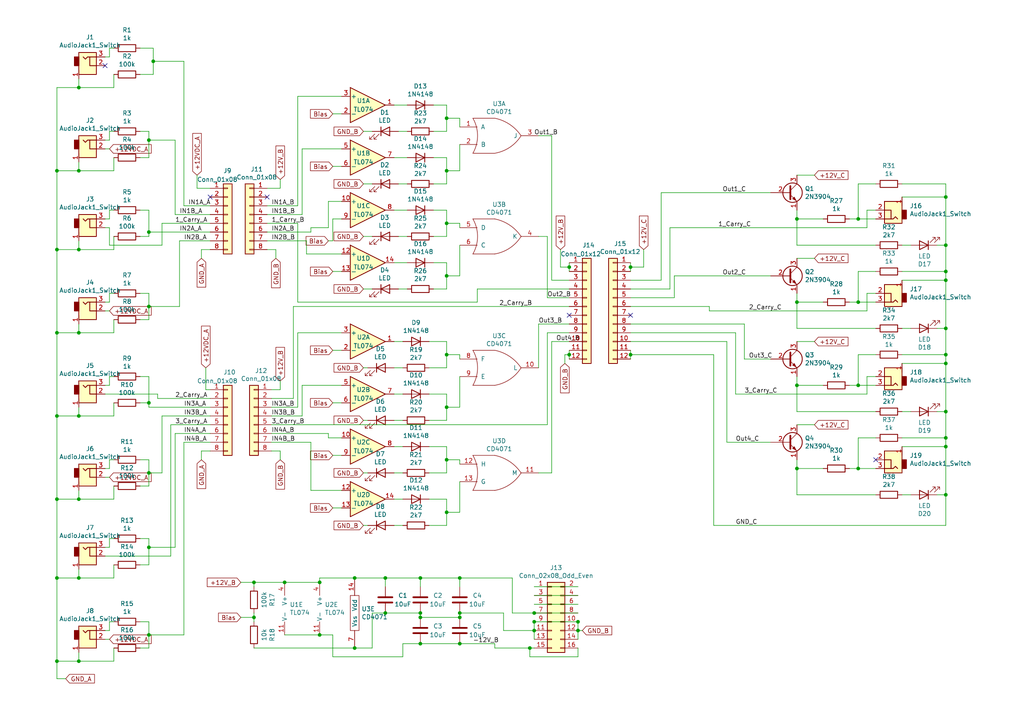
<source format=kicad_sch>
(kicad_sch (version 20250114) (generator "eeschema") (generator_version "9.0")
  (paper "A4")
  (junction (at 22.86 49.53))
  (junction (at 44.45 17.78))
  (junction (at 16.51 72.39))
  (junction (at 16.51 167.64))
  (junction (at 22.86 191.77))
  (junction (at 102.87 167.64))
  (junction (at 182.88 102.87))
  (junction (at 231.14 111.76))
  (junction (at 73.66 179.07))
  (junction (at 92.71 168.91))
  (junction (at 274.32 95.25))
  (junction (at 248.92 87.63))
  (junction (at 274.32 81.28))
  (junction (at 248.92 135.89))
  (junction (at 22.86 167.64))
  (junction (at 121.92 186.69))
  (junction (at 231.14 135.89))
  (junction (at 43.18 67.31))
  (junction (at 22.86 25.4))
  (junction (at 129.54 102.87))
  (junction (at 165.1 77.47))
  (junction (at 274.32 143.51))
  (junction (at 154.94 180.34))
  (junction (at 248.92 63.5))
  (junction (at 22.86 120.65))
  (junction (at 121.92 177.8))
  (junction (at 16.51 144.78))
  (junction (at 165.1 102.87))
  (junction (at 133.35 167.64))
  (junction (at 274.32 119.38))
  (junction (at 129.54 148.59))
  (junction (at 133.35 179.07))
  (junction (at 111.76 177.8))
  (junction (at 274.32 71.12))
  (junction (at 43.18 88.9))
  (junction (at 129.54 133.35))
  (junction (at 182.88 77.47))
  (junction (at 154.94 177.8))
  (junction (at 129.54 34.29))
  (junction (at 274.32 129.54))
  (junction (at 22.86 96.52))
  (junction (at 129.54 80.01))
  (junction (at 43.18 137.16))
  (junction (at 73.66 168.91))
  (junction (at 133.35 186.69))
  (junction (at 133.35 177.8))
  (junction (at 121.92 179.07))
  (junction (at 274.32 105.41))
  (junction (at 154.94 182.88))
  (junction (at 16.51 49.53))
  (junction (at 22.86 72.39))
  (junction (at 121.92 167.64))
  (junction (at 43.18 158.75))
  (junction (at 43.18 40.64))
  (junction (at 274.32 57.15))
  (junction (at 111.76 167.64))
  (junction (at 22.86 144.78))
  (junction (at 82.55 168.91))
  (junction (at 16.51 96.52))
  (junction (at 92.71 184.15))
  (junction (at 102.87 187.96))
  (junction (at 274.32 102.87))
  (junction (at 231.14 87.63))
  (junction (at 129.54 64.77))
  (junction (at 167.64 180.34))
  (junction (at 248.92 111.76))
  (junction (at 274.32 127))
  (junction (at 43.18 116.84))
  (junction (at 153.67 187.96))
  (junction (at 16.51 191.77))
  (junction (at 231.14 63.5))
  (junction (at 129.54 49.53))
  (junction (at 16.51 120.65))
  (junction (at 129.54 118.11))
  (junction (at 274.32 78.74))
  (junction (at 167.64 182.88))
  (junction (at 43.18 184.15))
  (no_connect (at 77.47 57.15))
  (no_connect (at 182.88 91.44))
  (no_connect (at 60.96 57.15))
  (no_connect (at 165.1 91.44))
  (no_connect (at 30.48 19.05))
  (no_connect (at 254 133.35))
  (wire (pts (xy 182.88 102.87) (xy 207.01 102.87)))
  (wire (pts (xy 156.21 93.98) (xy 165.1 93.98)))
  (wire (pts (xy 87.63 43.18) (xy 99.06 43.18)))
  (wire (pts (xy 30.48 40.64) (xy 31.75 40.64)))
  (wire (pts (xy 60.96 67.31) (xy 43.18 67.31)))
  (wire (pts (xy 106.68 121.92) (xy 105.41 121.92)))
  (wire (pts (xy 138.43 87.63) (xy 86.36 87.63)))
  (wire (pts (xy 60.96 130.81) (xy 58.42 130.81)))
  (wire (pts (xy 251.46 90.17) (xy 205.74 90.17)))
  (wire (pts (xy 95.25 125.73) (xy 95.25 127)))
  (wire (pts (xy 129.54 64.77) (xy 133.35 64.77)))
  (wire (pts (xy 95.25 66.04) (xy 95.25 58.42)))
  (wire (pts (xy 16.51 96.52) (xy 16.51 120.65)))
  (wire (pts (xy 160.02 99.06) (xy 165.1 99.06)))
  (wire (pts (xy 43.18 88.9) (xy 43.18 92.71)))
  (wire (pts (xy 22.86 120.65) (xy 33.02 120.65)))
  (wire (pts (xy 96.52 63.5) (xy 96.52 69.85)))
  (wire (pts (xy 86.36 118.11) (xy 86.36 96.52)))
  (wire (pts (xy 261.62 143.51) (xy 264.16 143.51)))
  (wire (pts (xy 31.75 156.21) (xy 33.02 156.21)))
  (wire (pts (xy 111.76 177.8) (xy 121.92 177.8)))
  (wire (pts (xy 165.1 101.6) (xy 165.1 102.87)))
  (wire (pts (xy 182.88 77.47) (xy 182.88 76.2)))
  (wire (pts (xy 194.31 66.04) (xy 194.31 83.82)))
  (wire (pts (xy 69.85 179.07) (xy 73.66 179.07)))
  (wire (pts (xy 274.32 78.74) (xy 274.32 81.28)))
  (wire (pts (xy 133.35 177.8) (xy 133.35 179.07)))
  (wire (pts (xy 165.1 81.28) (xy 160.02 81.28)))
  (wire (pts (xy 274.32 143.51) (xy 274.32 129.54)))
  (wire (pts (xy 125.73 60.96) (xy 129.54 60.96)))
  (wire (pts (xy 92.71 167.64) (xy 102.87 167.64)))
  (wire (pts (xy 22.86 118.11) (xy 22.86 120.65)))
  (wire (pts (xy 53.34 128.27) (xy 53.34 184.15)))
  (wire (pts (xy 238.76 63.5) (xy 231.14 63.5)))
  (wire (pts (xy 99.06 147.32) (xy 96.52 147.32)))
  (wire (pts (xy 78.74 125.73) (xy 95.25 125.73)))
  (wire (pts (xy 59.69 113.03) (xy 59.69 106.68)))
  (wire (pts (xy 22.86 142.24) (xy 22.86 144.78)))
  (wire (pts (xy 195.58 80.01) (xy 223.52 80.01)))
  (wire (pts (xy 148.59 167.64) (xy 133.35 167.64)))
  (wire (pts (xy 22.86 69.85) (xy 22.86 72.39)))
  (wire (pts (xy 87.63 43.18) (xy 87.63 62.23)))
  (wire (pts (xy 274.32 105.41) (xy 261.62 105.41)))
  (wire (pts (xy 129.54 38.1) (xy 125.73 38.1)))
  (wire (pts (xy 133.35 177.8) (xy 146.05 177.8)))
  (wire (pts (xy 78.74 123.19) (xy 158.75 123.19)))
  (wire (pts (xy 148.59 177.8) (xy 148.59 167.64)))
  (wire (pts (xy 116.84 137.16) (xy 114.3 137.16)))
  (wire (pts (xy 167.64 170.18) (xy 154.94 170.18)))
  (wire (pts (xy 31.75 13.97) (xy 33.02 13.97)))
  (wire (pts (xy 271.78 71.12) (xy 274.32 71.12)))
  (wire (pts (xy 96.52 69.85) (xy 95.25 69.85)))
  (wire (pts (xy 107.95 53.34) (xy 105.41 53.34)))
  (wire (pts (xy 31.75 135.89) (xy 31.75 133.35)))
  (wire (pts (xy 129.54 148.59) (xy 129.54 152.4)))
  (wire (pts (xy 215.9 104.14) (xy 223.52 104.14)))
  (wire (pts (xy 271.78 119.38) (xy 274.32 119.38)))
  (wire (pts (xy 86.36 27.94) (xy 86.36 59.69)))
  (wire (pts (xy 31.75 60.96) (xy 33.02 60.96)))
  (wire (pts (xy 92.71 168.91) (xy 92.71 167.64)))
  (wire (pts (xy 31.75 71.12) (xy 31.75 66.04)))
  (wire (pts (xy 33.02 140.97) (xy 33.02 144.78)))
  (wire (pts (xy 261.62 71.12) (xy 264.16 71.12)))
  (wire (pts (xy 129.54 114.3) (xy 129.54 118.11)))
  (wire (pts (xy 146.05 177.8) (xy 146.05 182.88)))
  (wire (pts (xy 31.75 158.75) (xy 31.75 156.21)))
  (wire (pts (xy 22.86 22.86) (xy 22.86 25.4)))
  (wire (pts (xy 22.86 49.53) (xy 16.51 49.53)))
  (wire (pts (xy 153.67 190.5) (xy 167.64 190.5)))
  (wire (pts (xy 231.14 111.76) (xy 231.14 109.22)))
  (wire (pts (xy 107.95 177.8) (xy 111.76 177.8)))
  (wire (pts (xy 22.86 49.53) (xy 33.02 49.53)))
  (wire (pts (xy 274.32 119.38) (xy 274.32 127)))
  (wire (pts (xy 274.32 102.87) (xy 274.32 105.41)))
  (wire (pts (xy 77.47 69.85) (xy 88.9 69.85)))
  (wire (pts (xy 16.51 49.53) (xy 16.51 72.39)))
  (wire (pts (xy 167.64 180.34) (xy 167.64 182.88)))
  (wire (pts (xy 43.18 156.21) (xy 43.18 158.75)))
  (wire (pts (xy 129.54 106.68) (xy 124.46 106.68)))
  (wire (pts (xy 78.74 120.65) (xy 87.63 120.65)))
  (wire (pts (xy 162.56 72.39) (xy 162.56 77.47)))
  (wire (pts (xy 43.18 158.75) (xy 43.18 163.83)))
  (wire (pts (xy 22.86 165.1) (xy 22.86 167.64)))
  (wire (pts (xy 156.21 68.58) (xy 158.75 68.58)))
  (wire (pts (xy 160.02 81.28) (xy 160.02 39.37)))
  (wire (pts (xy 99.06 78.74) (xy 96.52 78.74)))
  (wire (pts (xy 121.92 167.64) (xy 133.35 167.64)))
  (wire (pts (xy 246.38 87.63) (xy 248.92 87.63)))
  (wire (pts (xy 49.53 123.19) (xy 49.53 161.29)))
  (wire (pts (xy 22.86 120.65) (xy 16.51 120.65)))
  (wire (pts (xy 274.32 71.12) (xy 274.32 78.74)))
  (wire (pts (xy 111.76 167.64) (xy 121.92 167.64)))
  (wire (pts (xy 99.06 63.5) (xy 96.52 63.5)))
  (wire (pts (xy 231.14 95.25) (xy 231.14 87.63)))
  (wire (pts (xy 99.06 132.08) (xy 96.52 132.08)))
  (wire (pts (xy 73.66 187.96) (xy 102.87 187.96)))
  (wire (pts (xy 77.47 59.69) (xy 86.36 59.69)))
  (wire (pts (xy 118.11 38.1) (xy 115.57 38.1)))
  (wire (pts (xy 22.86 144.78) (xy 33.02 144.78)))
  (wire (pts (xy 231.14 119.38) (xy 231.14 111.76)))
  (wire (pts (xy 99.06 73.66) (xy 88.9 73.66)))
  (wire (pts (xy 129.54 102.87) (xy 129.54 106.68)))
  (wire (pts (xy 133.35 148.59) (xy 133.35 139.7)))
  (wire (pts (xy 111.76 167.64) (xy 111.76 170.18)))
  (wire (pts (xy 43.18 92.71) (xy 40.64 92.71)))
  (wire (pts (xy 167.64 175.26) (xy 154.94 175.26)))
  (wire (pts (xy 129.54 129.54) (xy 129.54 133.35)))
  (wire (pts (xy 30.48 111.76) (xy 31.75 111.76)))
  (wire (pts (xy 31.75 66.04) (xy 30.48 66.04)))
  (wire (pts (xy 238.76 87.63) (xy 231.14 87.63)))
  (wire (pts (xy 43.18 140.97) (xy 40.64 140.97)))
  (wire (pts (xy 40.64 109.22) (xy 43.18 109.22)))
  (wire (pts (xy 246.38 63.5) (xy 248.92 63.5)))
  (wire (pts (xy 22.86 191.77) (xy 33.02 191.77)))
  (wire (pts (xy 195.58 86.36) (xy 182.88 86.36)))
  (wire (pts (xy 99.06 101.6) (xy 96.52 101.6)))
  (wire (pts (xy 30.48 158.75) (xy 31.75 158.75)))
  (wire (pts (xy 133.35 80.01) (xy 133.35 71.12)))
  (wire (pts (xy 182.88 93.98) (xy 215.9 93.98)))
  (wire (pts (xy 30.48 161.29) (xy 49.53 161.29)))
  (wire (pts (xy 43.18 109.22) (xy 43.18 116.84)))
  (wire (pts (xy 133.35 118.11) (xy 133.35 109.22)))
  (wire (pts (xy 78.74 128.27) (xy 90.17 128.27)))
  (wire (pts (xy 45.72 114.3) (xy 30.48 114.3)))
  (wire (pts (xy 82.55 168.91) (xy 92.71 168.91)))
  (wire (pts (xy 129.54 144.78) (xy 129.54 148.59)))
  (wire (pts (xy 231.14 87.63) (xy 231.14 85.09)))
  (wire (pts (xy 114.3 30.48) (xy 118.11 30.48)))
  (wire (pts (xy 44.45 21.59) (xy 40.64 21.59)))
  (wire (pts (xy 182.88 99.06) (xy 210.82 99.06)))
  (wire (pts (xy 16.51 196.85) (xy 16.51 191.77)))
  (wire (pts (xy 40.64 13.97) (xy 44.45 13.97)))
  (wire (pts (xy 125.73 30.48) (xy 129.54 30.48)))
  (wire (pts (xy 124.46 99.06) (xy 129.54 99.06)))
  (wire (pts (xy 114.3 76.2) (xy 118.11 76.2)))
  (wire (pts (xy 133.35 34.29) (xy 129.54 34.29)))
  (wire (pts (xy 182.88 104.14) (xy 182.88 102.87)))
  (wire (pts (xy 30.48 63.5) (xy 31.75 63.5)))
  (wire (pts (xy 154.94 177.8) (xy 148.59 177.8)))
  (wire (pts (xy 43.18 133.35) (xy 43.18 137.16)))
  (wire (pts (xy 31.75 182.88) (xy 31.75 180.34)))
  (wire (pts (xy 22.86 96.52) (xy 33.02 96.52)))
  (wire (pts (xy 50.8 125.73) (xy 50.8 158.75)))
  (wire (pts (xy 43.18 40.64) (xy 50.8 40.64)))
  (wire (pts (xy 31.75 38.1) (xy 33.02 38.1)))
  (wire (pts (xy 95.25 127) (xy 99.06 127)))
  (wire (pts (xy 231.14 74.93) (xy 236.22 74.93)))
  (wire (pts (xy 106.68 152.4) (xy 105.41 152.4)))
  (wire (pts (xy 129.54 80.01) (xy 133.35 80.01)))
  (wire (pts (xy 31.75 111.76) (xy 31.75 109.22)))
  (wire (pts (xy 274.32 152.4) (xy 274.32 143.51)))
  (wire (pts (xy 43.18 163.83) (xy 40.64 163.83)))
  (wire (pts (xy 118.11 68.58) (xy 115.57 68.58)))
  (wire (pts (xy 116.84 106.68) (xy 114.3 106.68)))
  (wire (pts (xy 129.54 45.72) (xy 129.54 49.53)))
  (wire (pts (xy 160.02 137.16) (xy 160.02 99.06)))
  (wire (pts (xy 129.54 133.35) (xy 129.54 137.16)))
  (wire (pts (xy 254 119.38) (xy 231.14 119.38)))
  (wire (pts (xy 46.99 71.12) (xy 46.99 64.77)))
  (wire (pts (xy 231.14 99.06) (xy 236.22 99.06)))
  (wire (pts (xy 46.99 120.65) (xy 46.99 137.16)))
  (wire (pts (xy 22.86 72.39) (xy 16.51 72.39)))
  (wire (pts (xy 73.66 168.91) (xy 82.55 168.91)))
  (wire (pts (xy 261.62 57.15) (xy 274.32 57.15)))
  (wire (pts (xy 231.14 71.12) (xy 231.14 63.5)))
  (wire (pts (xy 50.8 158.75) (xy 43.18 158.75)))
  (wire (pts (xy 261.62 53.34) (xy 274.32 53.34)))
  (wire (pts (xy 96.52 184.15) (xy 96.52 190.5)))
  (wire (pts (xy 129.54 34.29) (xy 129.54 38.1)))
  (wire (pts (xy 82.55 184.15) (xy 92.71 184.15)))
  (wire (pts (xy 43.18 68.58) (xy 40.64 68.58)))
  (wire (pts (xy 274.32 57.15) (xy 274.32 71.12)))
  (wire (pts (xy 158.75 123.19) (xy 158.75 96.52)))
  (wire (pts (xy 99.06 33.02) (xy 96.52 33.02)))
  (wire (pts (xy 207.01 102.87) (xy 207.01 152.4)))
  (wire (pts (xy 154.94 182.88) (xy 154.94 180.34)))
  (wire (pts (xy 107.95 68.58) (xy 105.41 68.58)))
  (wire (pts (xy 88.9 69.85) (xy 88.9 73.66)))
  (wire (pts (xy 60.96 128.27) (xy 53.34 128.27)))
  (wire (pts (xy 231.14 143.51) (xy 231.14 135.89)))
  (wire (pts (xy 124.46 144.78) (xy 129.54 144.78)))
  (wire (pts (xy 43.18 187.96) (xy 40.64 187.96)))
  (wire (pts (xy 194.31 66.04) (xy 251.46 66.04)))
  (wire (pts (xy 165.1 83.82) (xy 138.43 83.82)))
  (wire (pts (xy 116.84 121.92) (xy 114.3 121.92)))
  (wire (pts (xy 261.62 78.74) (xy 274.32 78.74)))
  (wire (pts (xy 31.75 138.43) (xy 30.48 138.43)))
  (wire (pts (xy 85.09 115.57) (xy 78.74 115.57)))
  (wire (pts (xy 40.64 180.34) (xy 43.18 180.34)))
  (wire (pts (xy 46.99 137.16) (xy 43.18 137.16)))
  (wire (pts (xy 182.88 102.87) (xy 182.88 101.6)))
  (wire (pts (xy 231.14 50.8) (xy 236.22 50.8)))
  (wire (pts (xy 274.32 95.25) (xy 274.32 102.87)))
  (wire (pts (xy 154.94 187.96) (xy 153.67 187.96)))
  (wire (pts (xy 248.92 135.89) (xy 254 135.89)))
  (wire (pts (xy 40.64 85.09) (xy 43.18 85.09)))
  (wire (pts (xy 251.46 60.96) (xy 251.46 66.04)))
  (wire (pts (xy 22.86 93.98) (xy 22.86 96.52)))
  (wire (pts (xy 31.75 87.63) (xy 31.75 85.09)))
  (wire (pts (xy 31.75 185.42) (xy 30.48 185.42)))
  (wire (pts (xy 31.75 40.64) (xy 31.75 38.1)))
  (wire (pts (xy 107.95 83.82) (xy 105.41 83.82)))
  (wire (pts (xy 186.69 72.39) (xy 186.69 77.47)))
  (wire (pts (xy 22.86 167.64) (xy 33.02 167.64)))
  (wire (pts (xy 261.62 127) (xy 274.32 127)))
  (wire (pts (xy 133.35 64.77) (xy 133.35 66.04)))
  (wire (pts (xy 81.28 130.81) (xy 81.28 133.35)))
  (wire (pts (xy 205.74 90.17) (xy 205.74 88.9)))
  (wire (pts (xy 46.99 64.77) (xy 60.96 64.77)))
  (wire (pts (xy 50.8 40.64) (xy 50.8 62.23)))
  (wire (pts (xy 43.18 45.72) (xy 40.64 45.72)))
  (wire (pts (xy 143.51 187.96) (xy 143.51 186.69)))
  (wire (pts (xy 33.02 187.96) (xy 33.02 191.77)))
  (wire (pts (xy 106.68 137.16) (xy 105.41 137.16)))
  (wire (pts (xy 191.77 81.28) (xy 182.88 81.28)))
  (wire (pts (xy 114.3 129.54) (xy 116.84 129.54)))
  (wire (pts (xy 129.54 49.53) (xy 133.35 49.53)))
  (wire (pts (xy 30.48 135.89) (xy 31.75 135.89)))
  (wire (pts (xy 85.09 88.9) (xy 165.1 88.9)))
  (wire (pts (xy 251.46 85.09) (xy 251.46 90.17)))
  (wire (pts (xy 129.54 121.92) (xy 124.46 121.92)))
  (wire (pts (xy 95.25 58.42) (xy 99.06 58.42)))
  (wire (pts (xy 114.3 114.3) (xy 116.84 114.3)))
  (wire (pts (xy 154.94 182.88) (xy 154.94 185.42)))
  (wire (pts (xy 165.1 102.87) (xy 165.1 104.14)))
  (wire (pts (xy 248.92 63.5) (xy 248.92 53.34)))
  (wire (pts (xy 90.17 66.04) (xy 95.25 66.04)))
  (wire (pts (xy 45.72 115.57) (xy 60.96 115.57)))
  (wire (pts (xy 129.54 83.82) (xy 125.73 83.82)))
  (wire (pts (xy 129.54 152.4) (xy 124.46 152.4)))
  (wire (pts (xy 30.48 87.63) (xy 31.75 87.63)))
  (wire (pts (xy 90.17 142.24) (xy 99.06 142.24)))
  (wire (pts (xy 254 60.96) (xy 251.46 60.96)))
  (wire (pts (xy 77.47 67.31) (xy 90.17 67.31)))
  (wire (pts (xy 182.88 78.74) (xy 182.88 77.47)))
  (wire (pts (xy 129.54 118.11) (xy 129.54 121.92)))
  (wire (pts (xy 16.51 120.65) (xy 16.51 144.78)))
  (wire (pts (xy 33.02 163.83) (xy 33.02 167.64)))
  (wire (pts (xy 33.02 45.72) (xy 33.02 49.53)))
  (wire (pts (xy 125.73 45.72) (xy 129.54 45.72)))
  (wire (pts (xy 143.51 186.69) (xy 133.35 186.69)))
  (wire (pts (xy 43.18 85.09) (xy 43.18 88.9)))
  (wire (pts (xy 156.21 137.16) (xy 160.02 137.16)))
  (wire (pts (xy 81.28 113.03) (xy 78.74 113.03)))
  (wire (pts (xy 30.48 16.51) (xy 31.75 16.51)))
  (wire (pts (xy 31.75 85.09) (xy 33.02 85.09)))
  (wire (pts (xy 118.11 53.34) (xy 115.57 53.34)))
  (wire (pts (xy 254 95.25) (xy 231.14 95.25)))
  (wire (pts (xy 261.62 95.25) (xy 264.16 95.25)))
  (wire (pts (xy 191.77 55.88) (xy 223.52 55.88)))
  (wire (pts (xy 43.18 116.84) (xy 40.64 116.84)))
  (wire (pts (xy 129.54 68.58) (xy 125.73 68.58)))
  (wire (pts (xy 69.85 168.91) (xy 73.66 168.91)))
  (wire (pts (xy 86.36 64.77) (xy 86.36 87.63)))
  (wire (pts (xy 22.86 144.78) (xy 16.51 144.78)))
  (wire (pts (xy 22.86 25.4) (xy 16.51 25.4)))
  (wire (pts (xy 205.74 88.9) (xy 182.88 88.9)))
  (wire (pts (xy 114.3 99.06) (xy 116.84 99.06)))
  (wire (pts (xy 156.21 39.37) (xy 160.02 39.37)))
  (wire (pts (xy 163.83 102.87) (xy 163.83 105.41)))
  (wire (pts (xy 248.92 127) (xy 248.92 135.89)))
  (wire (pts (xy 114.3 60.96) (xy 118.11 60.96)))
  (wire (pts (xy 246.38 135.89) (xy 248.92 135.89)))
  (wire (pts (xy 129.54 99.06) (xy 129.54 102.87)))
  (wire (pts (xy 129.54 30.48) (xy 129.54 34.29)))
  (wire (pts (xy 274.32 129.54) (xy 261.62 129.54)))
  (wire (pts (xy 162.56 77.47) (xy 165.1 77.47)))
  (wire (pts (xy 53.34 17.78) (xy 53.34 59.69)))
  (wire (pts (xy 73.66 179.07) (xy 73.66 180.34)))
  (wire (pts (xy 22.86 46.99) (xy 22.86 49.53)))
  (wire (pts (xy 43.18 180.34) (xy 43.18 184.15)))
  (wire (pts (xy 154.94 172.72) (xy 167.64 172.72)))
  (wire (pts (xy 16.51 196.85) (xy 19.05 196.85)))
  (wire (pts (xy 77.47 72.39) (xy 80.01 72.39)))
  (wire (pts (xy 168.91 182.88) (xy 167.64 182.88)))
  (wire (pts (xy 254 71.12) (xy 231.14 71.12)))
  (wire (pts (xy 31.75 180.34) (xy 33.02 180.34)))
  (wire (pts (xy 40.64 156.21) (xy 43.18 156.21)))
  (wire (pts (xy 86.36 96.52) (xy 99.06 96.52)))
  (wire (pts (xy 81.28 54.61) (xy 77.47 54.61)))
  (wire (pts (xy 40.64 60.96) (xy 43.18 60.96)))
  (wire (pts (xy 194.31 83.82) (xy 182.88 83.82)))
  (wire (pts (xy 254 102.87) (xy 248.92 102.87)))
  (wire (pts (xy 133.35 134.62) (xy 133.35 133.35)))
  (wire (pts (xy 106.68 106.68) (xy 105.41 106.68)))
  (wire (pts (xy 31.75 16.51) (xy 31.75 13.97)))
  (wire (pts (xy 215.9 93.98) (xy 215.9 104.14)))
  (wire (pts (xy 80.01 72.39) (xy 80.01 74.93)))
  (wire (pts (xy 46.99 71.12) (xy 31.75 71.12)))
  (wire (pts (xy 129.54 80.01) (xy 129.54 83.82)))
  (wire (pts (xy 191.77 55.88) (xy 191.77 81.28)))
  (wire (pts (xy 58.42 130.81) (xy 58.42 133.35)))
  (wire (pts (xy 236.22 123.19) (xy 231.14 123.19)))
  (wire (pts (xy 261.62 102.87) (xy 274.32 102.87)))
  (wire (pts (xy 78.74 130.81) (xy 81.28 130.81)))
  (wire (pts (xy 248.92 111.76) (xy 254 111.76)))
  (wire (pts (xy 254 143.51) (xy 231.14 143.51)))
  (wire (pts (xy 129.54 49.53) (xy 129.54 53.34)))
  (wire (pts (xy 60.96 125.73) (xy 50.8 125.73)))
  (wire (pts (xy 210.82 99.06) (xy 210.82 128.27)))
  (wire (pts (xy 124.46 129.54) (xy 129.54 129.54)))
  (wire (pts (xy 60.96 123.19) (xy 49.53 123.19)))
  (wire (pts (xy 81.28 110.49) (xy 81.28 113.03)))
  (wire (pts (xy 53.34 184.15) (xy 43.18 184.15)))
  (wire (pts (xy 167.64 182.88) (xy 167.64 185.42)))
  (wire (pts (xy 158.75 96.52) (xy 165.1 96.52)))
  (wire (pts (xy 43.18 184.15) (xy 43.18 187.96)))
  (wire (pts (xy 165.1 78.74) (xy 165.1 77.47)))
  (wire (pts (xy 16.51 167.64) (xy 22.86 167.64)))
  (wire (pts (xy 274.32 81.28) (xy 274.32 95.25)))
  (wire (pts (xy 116.84 186.69) (xy 121.92 186.69)))
  (wire (pts (xy 43.18 40.64) (xy 43.18 45.72)))
  (wire (pts (xy 158.75 86.36) (xy 165.1 86.36)))
  (wire (pts (xy 78.74 118.11) (xy 86.36 118.11)))
  (wire (pts (xy 31.75 63.5) (xy 31.75 60.96)))
  (wire (pts (xy 129.54 64.77) (xy 129.54 68.58)))
  (wire (pts (xy 60.96 62.23) (xy 50.8 62.23)))
  (wire (pts (xy 33.02 92.71) (xy 33.02 96.52)))
  (wire (pts (xy 133.35 102.87) (xy 129.54 102.87)))
  (wire (pts (xy 30.48 43.18) (xy 31.75 43.18)))
  (wire (pts (xy 22.86 96.52) (xy 16.51 96.52)))
  (wire (pts (xy 129.54 76.2) (xy 129.54 80.01)))
  (wire (pts (xy 248.92 87.63) (xy 254 87.63)))
  (wire (pts (xy 87.63 111.76) (xy 87.63 120.65)))
  (wire (pts (xy 167.64 180.34) (xy 154.94 180.34)))
  (wire (pts (xy 73.66 168.91) (xy 73.66 170.18)))
  (wire (pts (xy 254 109.22) (xy 251.46 109.22)))
  (wire (pts (xy 121.92 167.64) (xy 121.92 170.18)))
  (wire (pts (xy 33.02 68.58) (xy 33.02 72.39)))
  (wire (pts (xy 271.78 143.51) (xy 274.32 143.51)))
  (wire (pts (xy 254 85.09) (xy 251.46 85.09)))
  (wire (pts (xy 60.96 54.61) (xy 57.15 54.61)))
  (wire (pts (xy 90.17 128.27) (xy 90.17 142.24)))
  (wire (pts (xy 44.45 17.78) (xy 44.45 21.59)))
  (wire (pts (xy 133.35 133.35) (xy 129.54 133.35)))
  (wire (pts (xy 22.86 72.39) (xy 33.02 72.39)))
  (wire (pts (xy 30.48 182.88) (xy 31.75 182.88)))
  (wire (pts (xy 238.76 135.89) (xy 231.14 135.89)))
  (wire (pts (xy 31.75 90.17) (xy 30.48 90.17)))
  (wire (pts (xy 186.69 77.47) (xy 182.88 77.47)))
  (wire (pts (xy 251.46 114.3) (xy 213.36 114.3)))
  (wire (pts (xy 60.96 118.11) (xy 43.18 118.11)))
  (wire (pts (xy 96.52 190.5) (xy 116.84 190.5)))
  (wire (pts (xy 158.75 68.58) (xy 158.75 86.36)))
  (wire (pts (xy 231.14 135.89) (xy 231.14 133.35)))
  (wire (pts (xy 31.75 133.35) (xy 33.02 133.35)))
  (wire (pts (xy 125.73 76.2) (xy 129.54 76.2)))
  (wire (pts (xy 133.35 36.83) (xy 133.35 34.29)))
  (wire (pts (xy 107.95 187.96) (xy 107.95 177.8)))
  (wire (pts (xy 271.78 95.25) (xy 274.32 95.25)))
  (wire (pts (xy 16.51 25.4) (xy 16.51 49.53)))
  (wire (pts (xy 274.32 105.41) (xy 274.32 119.38)))
  (wire (pts (xy 261.62 119.38) (xy 264.16 119.38)))
  (wire (pts (xy 248.92 102.87) (xy 248.92 111.76)))
  (wire (pts (xy 274.32 127) (xy 274.32 129.54)))
  (wire (pts (xy 57.15 54.61) (xy 57.15 50.8)))
  (wire (pts (xy 153.67 187.96) (xy 153.67 190.5)))
  (wire (pts (xy 133.35 167.64) (xy 133.35 170.18)))
  (wire (pts (xy 77.47 62.23) (xy 87.63 62.23)))
  (wire (pts (xy 22.86 25.4) (xy 33.02 25.4)))
  (wire (pts (xy 274.32 81.28) (xy 261.62 81.28)))
  (wire (pts (xy 107.95 38.1) (xy 105.41 38.1)))
  (wire (pts (xy 146.05 182.88) (xy 154.94 182.88)))
  (wire (pts (xy 86.36 27.94) (xy 99.06 27.94)))
  (wire (pts (xy 231.14 63.5) (xy 231.14 60.96)))
  (wire (pts (xy 182.88 96.52) (xy 213.36 96.52)))
  (wire (pts (xy 60.96 59.69) (xy 53.34 59.69)))
  (wire (pts (xy 43.18 118.11) (xy 43.18 116.84)))
  (wire (pts (xy 102.87 187.96) (xy 107.95 187.96)))
  (wire (pts (xy 274.32 53.34) (xy 274.32 57.15)))
  (wire (pts (xy 40.64 133.35) (xy 43.18 133.35)))
  (wire (pts (xy 22.86 189.23) (xy 22.86 191.77)))
  (wire (pts (xy 248.92 53.34) (xy 254 53.34)))
  (wire (pts (xy 92.71 184.15) (xy 96.52 184.15)))
  (wire (pts (xy 114.3 45.72) (xy 118.11 45.72)))
  (wire (pts (xy 43.18 137.16) (xy 43.18 140.97)))
  (wire (pts (xy 165.1 77.47) (xy 165.1 76.2)))
  (wire (pts (xy 16.51 144.78) (xy 16.51 167.64)))
  (wire (pts (xy 153.67 187.96) (xy 143.51 187.96)))
  (wire (pts (xy 213.36 114.3) (xy 213.36 96.52)))
  (wire (pts (xy 58.42 72.39) (xy 58.42 74.93)))
  (wire (pts (xy 254 127) (xy 248.92 127)))
  (wire (pts (xy 16.51 72.39) (xy 16.51 96.52)))
  (wire (pts (xy 167.64 177.8) (xy 154.94 177.8)))
  (wire (pts (xy 195.58 80.01) (xy 195.58 86.36)))
  (wire (pts (xy 85.09 88.9) (xy 85.09 115.57)))
  (wire (pts (xy 116.84 190.5) (xy 116.84 186.69)))
  (wire (pts (xy 121.92 177.8) (xy 121.92 179.07)))
  (wire (pts (xy 86.36 64.77) (xy 77.47 64.77)))
  (wire (pts (xy 138.43 83.82) (xy 138.43 87.63)))
  (wire (pts (xy 22.86 191.77) (xy 16.51 191.77)))
  (wire (pts (xy 43.18 67.31) (xy 43.18 68.58)))
  (wire (pts (xy 60.96 113.03) (xy 59.69 113.03)))
  (wire (pts (xy 60.96 69.85) (xy 52.07 69.85)))
  (wire (pts (xy 44.45 17.78) (xy 53.34 17.78)))
  (wire (pts (xy 45.72 115.57) (xy 45.72 114.3)))
  (wire (pts (xy 133.35 104.14) (xy 133.35 102.87)))
  (wire (pts (xy 129.54 148.59) (xy 133.35 148.59)))
  (wire (pts (xy 207.01 152.4) (xy 274.32 152.4)))
  (wire (pts (xy 60.96 72.39) (xy 58.42 72.39)))
  (wire (pts (xy 52.07 69.85) (xy 52.07 88.9)))
  (wire (pts (xy 254 78.74) (xy 248.92 78.74)))
  (wire (pts (xy 129.54 53.34) (xy 125.73 53.34)))
  (wire (pts (xy 43.18 60.96) (xy 43.18 67.31)))
  (wire (pts (xy 238.76 111.76) (xy 231.14 111.76)))
  (wire (pts (xy 81.28 52.07) (xy 81.28 54.61)))
  (wire (pts (xy 52.07 88.9) (xy 43.18 88.9)))
  (wire (pts (xy 124.46 114.3) (xy 129.54 114.3)))
  (wire (pts (xy 102.87 167.64) (xy 111.76 167.64)))
  (wire (pts (xy 31.75 109.22) (xy 33.02 109.22)))
  (wire (pts (xy 129.54 137.16) (xy 124.46 137.16)))
  (wire (pts (xy 99.06 48.26) (xy 96.52 48.26)))
  (wire (pts (xy 210.82 128.27) (xy 223.52 128.27)))
  (wire (pts (xy 116.84 152.4) (xy 114.3 152.4)))
  (wire (pts (xy 60.96 120.65) (xy 46.99 120.65)))
  (wire (pts (xy 121.92 186.69) (xy 133.35 186.69)))
  (wire (pts (xy 114.3 144.78) (xy 116.84 144.78)))
  (wire (pts (xy 165.1 102.87) (xy 163.83 102.87)))
  (wire (pts (xy 246.38 111.76) (xy 248.92 111.76)))
  (wire (pts (xy 87.63 111.76) (xy 99.06 111.76)))
  (wire (pts (xy 16.51 191.77) (xy 16.51 167.64)))
  (wire (pts (xy 133.35 49.53) (xy 133.35 41.91)))
  (wire (pts (xy 118.11 83.82) (xy 115.57 83.82)))
  (wire (pts (xy 129.54 118.11) (xy 133.35 118.11)))
  (wire (pts (xy 99.06 116.84) (xy 96.52 116.84)))
  (wire (pts (xy 44.45 13.97) (xy 44.45 17.78)))
  (wire (pts (xy 121.92 179.07) (xy 133.35 179.07)))
  (wire (pts (xy 33.02 116.84) (xy 33.02 120.65)))
  (wire (pts (xy 129.54 60.96) (xy 129.54 64.77)))
  (wire (pts (xy 90.17 67.31) (xy 90.17 66.04)))
  (wire (pts (xy 156.21 106.68) (xy 156.21 93.98)))
  (wire (pts (xy 43.18 38.1) (xy 43.18 40.64)))
  (wire (pts (xy 248.92 63.5) (xy 254 63.5)))
  (wire (pts (xy 73.66 177.8) (xy 73.66 179.07)))
  (wire (pts (xy 251.46 109.22) (xy 251.46 114.3)))
  (wire (pts (xy 248.92 78.74) (xy 248.92 87.63)))
  (wire (pts (xy 33.02 21.59) (xy 33.02 25.4)))
  (wire (pts (xy 167.64 190.5) (xy 167.64 187.96)))
  (wire (pts (xy 40.64 38.1) (xy 43.18 38.1)))
  (label "IN2A_B" (at 78.74 67.31 0))
  (label "IN1A_A" (at 54.61 59.69 0))
  (label "1_Carry_C" (at 208.28 66.04 0))
  (label "Out3_B" (at 156.21 93.98 0))
  (label "1_Carry_B" (at 78.74 64.77 0))
  (label "Out2_B" (at 158.75 86.36 0))
  (label "IN2A_A" (at 52.07 67.31 0))
  (label "-12V_B" (at 137.16 186.69 0))
  (label "IN3A_B" (at 78.74 118.11 0))
  (label "IN3B_A" (at 53.34 120.65 0))
  (label "2_Carry_C" (at 217.17 90.17 0))
  (label "3_Carry_B" (at 78.74 123.19 0))
  (label "IN1B_A" (at 52.07 62.23 0))
  (label "IN4B_B" (at 78.74 128.27 0))
  (label "Out1_B" (at 154.94 39.37 0))
  (label "3_Carry_A" (at 50.8 123.19 0))
  (label "2_Carry_B" (at 144.78 88.9 0))
  (label "IN1A_B" (at 78.74 59.69 0))
  (label "GND_C" (at 213.36 152.4 0))
  (label "2_Carry_A" (at 50.8 115.57 0))
  (label "IN2B_B" (at 78.74 69.85 0))
  (label "IN4A_A" (at 53.34 125.73 0))
  (label "IN3A_A" (at 53.34 118.11 0))
  (label "IN1B_B" (at 78.74 62.23 0))
  (label "3_Carry_C" (at 215.9 114.3 0))
  (label "IN4A_B" (at 78.74 125.73 0))
  (label "IN2B_A" (at 53.34 69.85 0))
  (label "1_Carry_A" (at 50.8 64.77 0))
  (label "IN3B_B" (at 78.74 120.65 0))
  (label "Out3_C" (at 217.17 104.14 0))
  (label "Out4_B" (at 161.29 99.06 0))
  (label "Out4_C" (at 213.36 128.27 0))
  (label "Out2_C" (at 209.55 80.01 0))
  (label "IN4B_A" (at 53.34 128.27 0))
  (label "Out1_C" (at 209.55 55.88 0))
  (global_label "Bias" (shape input) (at 96.52 147.32 180) (property "Intersheetrefs" "${INTERSHEET_REFS}" (effects (hide yes))))
  (global_label "GND_B" (shape input) (at 81.28 133.35 270) (property "Intersheetrefs" "${INTERSHEET_REFS}" (effects (hide yes))))
  (global_label "+12V_B" (shape input) (at 69.85 168.91 180) (property "Intersheetrefs" "${INTERSHEET_REFS}" (effects (hide yes))))
  (global_label "+12V_C" (shape input) (at 236.22 74.93 0) (property "Intersheetrefs" "${INTERSHEET_REFS}" (effects (hide yes))))
  (global_label "+12VDC_A" (shape input) (at 31.75 90.17 0) (property "Intersheetrefs" "${INTERSHEET_REFS}" (effects (hide yes))))
  (global_label "+12VDC_A" (shape input) (at 59.69 106.68 90) (property "Intersheetrefs" "${INTERSHEET_REFS}" (effects (hide yes))))
  (global_label "Bias" (shape input) (at 96.52 33.02 180) (property "Intersheetrefs" "${INTERSHEET_REFS}" (effects (hide yes))))
  (global_label "GND_B" (shape input) (at 105.41 83.82 180) (property "Intersheetrefs" "${INTERSHEET_REFS}" (effects (hide yes))))
  (global_label "+12V_B" (shape input) (at 81.28 52.07 90) (property "Intersheetrefs" "${INTERSHEET_REFS}" (effects (hide yes))))
  (global_label "GND_B" (shape input) (at 105.41 106.68 180) (property "Intersheetrefs" "${INTERSHEET_REFS}" (effects (hide yes))))
  (global_label "Bias" (shape input) (at 69.85 179.07 180) (property "Intersheetrefs" "${INTERSHEET_REFS}" (effects (hide yes))))
  (global_label "GND_A" (shape input) (at 58.42 74.93 270) (property "Intersheetrefs" "${INTERSHEET_REFS}" (effects (hide yes))))
  (global_label "Bias" (shape input) (at 96.52 78.74 180) (property "Intersheetrefs" "${INTERSHEET_REFS}" (effects (hide yes))))
  (global_label "GND_B" (shape input) (at 105.41 137.16 180) (property "Intersheetrefs" "${INTERSHEET_REFS}" (effects (hide yes))))
  (global_label "GND_A" (shape input) (at 58.42 133.35 270) (property "Intersheetrefs" "${INTERSHEET_REFS}" (effects (hide yes))))
  (global_label "+12V_B" (shape input) (at 162.56 72.39 90) (property "Intersheetrefs" "${INTERSHEET_REFS}" (effects (hide yes))))
  (global_label "+12V_C" (shape input) (at 236.22 50.8 0) (property "Intersheetrefs" "${INTERSHEET_REFS}" (effects (hide yes))))
  (global_label "GND_B" (shape input) (at 80.01 74.93 270) (property "Intersheetrefs" "${INTERSHEET_REFS}" (effects (hide yes))))
  (global_label "+12V_C" (shape input) (at 236.22 123.19 0) (property "Intersheetrefs" "${INTERSHEET_REFS}" (effects (hide yes))))
  (global_label "GND_B" (shape input) (at 168.91 182.88 0) (property "Intersheetrefs" "${INTERSHEET_REFS}" (effects (hide yes))))
  (global_label "+12VDC_A" (shape input) (at 31.75 43.18 0) (property "Intersheetrefs" "${INTERSHEET_REFS}" (effects (hide yes))))
  (global_label "GND_B" (shape input) (at 105.41 68.58 180) (property "Intersheetrefs" "${INTERSHEET_REFS}" (effects (hide yes))))
  (global_label "GND_B" (shape input) (at 105.41 38.1 180) (property "Intersheetrefs" "${INTERSHEET_REFS}" (effects (hide yes))))
  (global_label "+12VDC_A" (shape input) (at 31.75 185.42 0) (property "Intersheetrefs" "${INTERSHEET_REFS}" (effects (hide yes))))
  (global_label "+12VDC_A" (shape input) (at 57.15 50.8 90) (property "Intersheetrefs" "${INTERSHEET_REFS}" (effects (hide yes))))
  (global_label "Bias" (shape input) (at 96.52 101.6 180) (property "Intersheetrefs" "${INTERSHEET_REFS}" (effects (hide yes))))
  (global_label "Bias" (shape input) (at 96.52 116.84 180) (property "Intersheetrefs" "${INTERSHEET_REFS}" (effects (hide yes))))
  (global_label "Bias" (shape input) (at 95.25 69.85 180) (property "Intersheetrefs" "${INTERSHEET_REFS}" (effects (hide yes))))
  (global_label "Bias" (shape input) (at 96.52 132.08 180) (property "Intersheetrefs" "${INTERSHEET_REFS}" (effects (hide yes))))
  (global_label "Bias" (shape input) (at 96.52 48.26 180) (property "Intersheetrefs" "${INTERSHEET_REFS}" (effects (hide yes))))
  (global_label "GND_B" (shape input) (at 163.83 105.41 270) (property "Intersheetrefs" "${INTERSHEET_REFS}" (effects (hide yes))))
  (global_label "+12V_B" (shape input) (at 81.28 110.49 90) (property "Intersheetrefs" "${INTERSHEET_REFS}" (effects (hide yes))))
  (global_label "+12V_C" (shape input) (at 186.69 72.39 90) (property "Intersheetrefs" "${INTERSHEET_REFS}" (effects (hide yes))))
  (global_label "+12V_C" (shape input) (at 236.22 99.06 0) (property "Intersheetrefs" "${INTERSHEET_REFS}" (effects (hide yes))))
  (global_label "GND_A" (shape input) (at 19.05 196.85 0) (property "Intersheetrefs" "${INTERSHEET_REFS}" (effects (hide yes))))
  (global_label "+12VDC_A" (shape input) (at 31.75 138.43 0) (property "Intersheetrefs" "${INTERSHEET_REFS}" (effects (hide yes))))
  (global_label "GND_B" (shape input) (at 105.41 152.4 180) (property "Intersheetrefs" "${INTERSHEET_REFS}" (effects (hide yes))))
  (global_label "GND_B" (shape input) (at 105.41 121.92 180) (property "Intersheetrefs" "${INTERSHEET_REFS}" (effects (hide yes))))
  (global_label "GND_B" (shape input) (at 105.41 53.34 180) (property "Intersheetrefs" "${INTERSHEET_REFS}" (effects (hide yes))))
  (symbol (lib_id "Connector_Generic:Conn_02x08_Odd_Even") (at 160.02 177.8 0) (unit 1)
    (property "Reference" "J13" (at 161.29 164.6682 0))
    (property "Value" "Conn_02x08_Odd_Even" (at 161.29 166.9796 0))
    (property "Footprint" "Pin_Headers:Pin_Header_Straight_2x08_Pitch2.54mm" (effects (hide yes)))
  )
  (symbol (lib_id "Custom_Lib:AudioJack1_Switch") (at 25.4 19.05 0) (unit 1)
    (property "Reference" "J1" (at 26.1112 10.795 0))
    (property "Value" "AudioJack1_Switch" (at 26.1112 13.1064 0))
    (property "Footprint" "Custom_Library:Mono_Jack_3.5mm_Switch_Switchcraft_35RAPC2AH3" (effects (hide yes)))
  )
  (symbol (lib_id "Custom_Lib:AudioJack1_Switch") (at 259.08 60.96 180) (unit 1)
    (property "Reference" "J16" (at 263.8552 59.7154 0) (effects (justify right)))
    (property "Value" "AudioJack1_Switch" (at 263.8552 62.0268 0) (effects (justify right)))
    (property "Footprint" "Custom_Library:Mono_Jack_3.5mm_Switch_Switchcraft_35RAPC2AH3" (effects (hide yes)))
  )
  (symbol (lib_id "Custom_Lib:AudioJack1_Switch") (at 259.08 85.09 180) (unit 1)
    (property "Reference" "J17" (at 263.8552 83.8454 0) (effects (justify right)))
    (property "Value" "AudioJack1_Switch" (at 263.8552 86.1568 0) (effects (justify right)))
    (property "Footprint" "Custom_Library:Mono_Jack_3.5mm_Switch_Switchcraft_35RAPC2AH3" (effects (hide yes)))
  )
  (symbol (lib_id "Custom_Lib:AudioJack1_Switch") (at 259.08 133.35 180) (unit 1)
    (property "Reference" "J19" (at 263.8552 132.1054 0) (effects (justify right)))
    (property "Value" "AudioJack1_Switch" (at 263.8552 134.4168 0) (effects (justify right)))
    (property "Footprint" "Custom_Library:Mono_Jack_3.5mm_Switch_Switchcraft_35RAPC2AH3" (effects (hide yes)))
  )
  (symbol (lib_id "Custom_Lib:AudioJack1_Switch") (at 259.08 109.22 180) (unit 1)
    (property "Reference" "J18" (at 263.8552 107.9754 0) (effects (justify right)))
    (property "Value" "AudioJack1_Switch" (at 263.8552 110.2868 0) (effects (justify right)))
    (property "Footprint" "Custom_Library:Mono_Jack_3.5mm_Switch_Switchcraft_35RAPC2AH3" (effects (hide yes)))
  )
  (symbol (lib_id "Device:C") (at 121.92 173.99 180) (unit 1)
    (property "Reference" "C2" (at 127 172.72 0))
    (property "Value" "10uF" (at 127 175.26 0))
    (property "Footprint" "Capacitors_THT:C_Disc_D5.0mm_W2.5mm_P2.50mm" (effects (hide yes)))
  )
  (symbol (lib_id "Device:LED") (at 267.97 71.12 180) (unit 1)
    (property "Reference" "D17" (at 268.1478 76.6064 0))
    (property "Value" "LED" (at 268.1478 74.295 0))
    (property "Footprint" "LEDs:LED_Rectangular_W3.9mm_H1.9mm" (effects (hide yes)))
  )
  (symbol (lib_id "Device:R") (at 257.81 71.12 270) (unit 1)
    (property "Reference" "R32" (at 257.81 65.8622 90))
    (property "Value" "2k7" (at 257.81 68.1736 90))
    (property "Footprint" "Resistors_THT:R_Axial_DIN0207_L6.3mm_D2.5mm_P10.16mm_Horizontal" (effects (hide yes)))
  )
  (symbol (lib_id "Device:LED") (at 267.97 95.25 180) (unit 1)
    (property "Reference" "D18" (at 268.1478 100.7364 0))
    (property "Value" "LED" (at 268.1478 98.425 0))
    (property "Footprint" "LEDs:LED_Rectangular_W3.9mm_H1.9mm" (effects (hide yes)))
  )
  (symbol (lib_id "Device:LED") (at 267.97 119.38 180) (unit 1)
    (property "Reference" "D19" (at 268.1478 124.8664 0))
    (property "Value" "LED" (at 268.1478 122.555 0))
    (property "Footprint" "LEDs:LED_Rectangular_W3.9mm_H1.9mm" (effects (hide yes)))
  )
  (symbol (lib_id "Device:LED") (at 267.97 143.51 180) (unit 1)
    (property "Reference" "D20" (at 268.1478 148.9964 0))
    (property "Value" "LED" (at 268.1478 146.685 0))
    (property "Footprint" "LEDs:LED_Rectangular_W3.9mm_H1.9mm" (effects (hide yes)))
  )
  (symbol (lib_id "Device:R") (at 257.81 78.74 270) (unit 1)
    (property "Reference" "R33" (at 257.81 73.4822 90))
    (property "Value" "1k" (at 257.81 75.7936 90))
    (property "Footprint" "Resistors_THT:R_Axial_DIN0207_L6.3mm_D2.5mm_P10.16mm_Horizontal" (effects (hide yes)))
  )
  (symbol (lib_id "Connector_Generic:Conn_01x08") (at 66.04 62.23 0) (unit 1)
    (property "Reference" "J9" (at 64.77 49.53 0) (effects (justify left)))
    (property "Value" "Conn_01x08" (at 57.15 52.07 0) (effects (justify left)))
    (property "Footprint" "Pin_Headers:Pin_Header_Straight_1x08_Pitch2.54mm" (effects (hide yes)))
  )
  (symbol (lib_id "Connector_Generic:Conn_01x08") (at 72.39 62.23 0) (mirror y) (unit 1)
    (property "Reference" "J11" (at 74.4728 49.0982 0))
    (property "Value" "Conn_01x08" (at 74.4728 51.4096 0))
    (property "Footprint" "Pin_Headers:Pin_Header_Straight_1x08_Pitch2.54mm" (effects (hide yes)))
  )
  (symbol (lib_id "Device:R") (at 257.81 95.25 270) (unit 1)
    (property "Reference" "R34" (at 257.81 89.9922 90))
    (property "Value" "2k7" (at 257.81 92.3036 90))
    (property "Footprint" "Resistors_THT:R_Axial_DIN0207_L6.3mm_D2.5mm_P10.16mm_Horizontal" (effects (hide yes)))
  )
  (symbol (lib_id "Device:R") (at 257.81 119.38 270) (unit 1)
    (property "Reference" "R36" (at 257.81 114.1222 90))
    (property "Value" "2k7" (at 257.81 116.4336 90))
    (property "Footprint" "Resistors_THT:R_Axial_DIN0207_L6.3mm_D2.5mm_P10.16mm_Horizontal" (effects (hide yes)))
  )
  (symbol (lib_id "Device:R") (at 257.81 143.51 270) (unit 1)
    (property "Reference" "R38" (at 257.81 138.2522 90))
    (property "Value" "2k7" (at 257.81 140.5636 90))
    (property "Footprint" "Resistors_THT:R_Axial_DIN0207_L6.3mm_D2.5mm_P10.16mm_Horizontal" (effects (hide yes)))
  )
  (symbol (lib_id "Device:R") (at 257.81 102.87 270) (unit 1)
    (property "Reference" "R35" (at 257.81 97.6122 90))
    (property "Value" "1k" (at 257.81 99.9236 90))
    (property "Footprint" "Resistors_THT:R_Axial_DIN0207_L6.3mm_D2.5mm_P10.16mm_Horizontal" (effects (hide yes)))
  )
  (symbol (lib_id "Device:R") (at 257.81 127 270) (unit 1)
    (property "Reference" "R37" (at 257.81 121.7422 90))
    (property "Value" "1k" (at 257.81 124.0536 90))
    (property "Footprint" "Resistors_THT:R_Axial_DIN0207_L6.3mm_D2.5mm_P10.16mm_Horizontal" (effects (hide yes)))
  )
  (symbol (lib_id "Device:R") (at 257.81 53.34 270) (unit 1)
    (property "Reference" "R31" (at 257.81 48.0822 90))
    (property "Value" "1k" (at 257.81 50.3936 90))
    (property "Footprint" "Resistors_THT:R_Axial_DIN0207_L6.3mm_D2.5mm_P10.16mm_Horizontal" (effects (hide yes)))
  )
  (symbol (lib_id "Device:R") (at 242.57 63.5 270) (unit 1)
    (property "Reference" "R27" (at 242.57 58.2422 90))
    (property "Value" "1k" (at 242.57 60.5536 90))
    (property "Footprint" "Resistors_THT:R_Axial_DIN0207_L6.3mm_D2.5mm_P10.16mm_Horizontal" (effects (hide yes)))
  )
  (symbol (lib_id "Device:R") (at 242.57 87.63 270) (unit 1)
    (property "Reference" "R28" (at 242.57 82.3722 90))
    (property "Value" "1k" (at 242.57 84.6836 90))
    (property "Footprint" "Resistors_THT:R_Axial_DIN0207_L6.3mm_D2.5mm_P10.16mm_Horizontal" (effects (hide yes)))
  )
  (symbol (lib_id "Device:R") (at 242.57 111.76 270) (unit 1)
    (property "Reference" "R29" (at 242.57 106.5022 90))
    (property "Value" "1k" (at 242.57 108.8136 90))
    (property "Footprint" "Resistors_THT:R_Axial_DIN0207_L6.3mm_D2.5mm_P10.16mm_Horizontal" (effects (hide yes)))
  )
  (symbol (lib_id "Device:R") (at 242.57 135.89 270) (unit 1)
    (property "Reference" "R30" (at 242.57 130.6322 90))
    (property "Value" "1k" (at 242.57 132.9436 90))
    (property "Footprint" "Resistors_THT:R_Axial_DIN0207_L6.3mm_D2.5mm_P10.16mm_Horizontal" (effects (hide yes)))
  )
  (symbol (lib_id "Amplifier_Operational:TL074") (at 106.68 30.48 0) (unit 1)
    (property "Reference" "U1" (at 105.41 29.21 0))
    (property "Value" "TL074" (at 105.41 31.75 0))
    (property "Footprint" "Housings_DIP:DIP-14_W7.62mm_Socket" (effects (hide yes)))
    (property "Datasheet" "http://www.ti.com/lit/ds/symlink/tl071.pdf" (effects (hide yes)))
  )
  (symbol (lib_id "Amplifier_Operational:TL074") (at 106.68 45.72 0) (unit 2)
    (property "Reference" "U1" (at 105.41 44.45 0))
    (property "Value" "TL074" (at 105.41 46.99 0))
    (property "Footprint" "Housings_DIP:DIP-14_W7.62mm_Socket" (effects (hide yes)))
    (property "Datasheet" "http://www.ti.com/lit/ds/symlink/tl071.pdf" (effects (hide yes)))
  )
  (symbol (lib_id "Amplifier_Operational:TL074") (at 106.68 60.96 0) (unit 3)
    (property "Reference" "U1" (at 105.41 59.69 0))
    (property "Value" "TL074" (at 105.41 62.23 0))
    (property "Footprint" "Housings_DIP:DIP-14_W7.62mm_Socket" (effects (hide yes)))
    (property "Datasheet" "http://www.ti.com/lit/ds/symlink/tl071.pdf" (effects (hide yes)))
  )
  (symbol (lib_id "Amplifier_Operational:TL074") (at 106.68 76.2 0) (unit 4)
    (property "Reference" "U1" (at 105.41 74.93 0))
    (property "Value" "TL074" (at 105.41 77.47 0))
    (property "Footprint" "Housings_DIP:DIP-14_W7.62mm_Socket" (effects (hide yes)))
    (property "Datasheet" "http://www.ti.com/lit/ds/symlink/tl071.pdf" (effects (hide yes)))
  )
  (symbol (lib_id "Amplifier_Operational:TL074") (at 85.09 176.53 0) (unit 5)
    (property "Reference" "U1" (at 84.0232 175.3616 0) (effects (justify left)))
    (property "Value" "TL074" (at 84.0232 177.673 0) (effects (justify left)))
    (property "Footprint" "Housings_DIP:DIP-14_W7.62mm_Socket" (effects (hide yes)))
    (property "Datasheet" "http://www.ti.com/lit/ds/symlink/tl071.pdf" (effects (hide yes)))
  )
  (symbol (lib_id "Amplifier_Operational:TL074") (at 106.68 99.06 0) (unit 1)
    (property "Reference" "U2" (at 105.41 97.79 0))
    (property "Value" "TL074" (at 105.41 100.33 0))
    (property "Footprint" "Housings_DIP:DIP-14_W7.62mm_Socket" (effects (hide yes)))
    (property "Datasheet" "http://www.ti.com/lit/ds/symlink/tl071.pdf" (effects (hide yes)))
  )
  (symbol (lib_id "Amplifier_Operational:TL074") (at 106.68 114.3 0) (unit 2)
    (property "Reference" "U2" (at 105.41 113.03 0))
    (property "Value" "TL074" (at 105.41 115.57 0))
    (property "Footprint" "Housings_DIP:DIP-14_W7.62mm_Socket" (effects (hide yes)))
    (property "Datasheet" "http://www.ti.com/lit/ds/symlink/tl071.pdf" (effects (hide yes)))
  )
  (symbol (lib_id "Amplifier_Operational:TL074") (at 106.68 129.54 0) (unit 3)
    (property "Reference" "U2" (at 105.41 128.27 0))
    (property "Value" "TL074" (at 105.41 130.81 0))
    (property "Footprint" "Housings_DIP:DIP-14_W7.62mm_Socket" (effects (hide yes)))
    (property "Datasheet" "http://www.ti.com/lit/ds/symlink/tl071.pdf" (effects (hide yes)))
  )
  (symbol (lib_id "Amplifier_Operational:TL074") (at 106.68 144.78 0) (unit 4)
    (property "Reference" "U2" (at 105.41 143.51 0))
    (property "Value" "TL074" (at 105.41 146.05 0))
    (property "Footprint" "Housings_DIP:DIP-14_W7.62mm_Socket" (effects (hide yes)))
    (property "Datasheet" "http://www.ti.com/lit/ds/symlink/tl071.pdf" (effects (hide yes)))
  )
  (symbol (lib_id "Amplifier_Operational:TL074") (at 95.25 176.53 0) (unit 5)
    (property "Reference" "U2" (at 94.1832 175.3616 0) (effects (justify left)))
    (property "Value" "TL074" (at 94.1832 177.673 0) (effects (justify left)))
    (property "Footprint" "Housings_DIP:DIP-14_W7.62mm_Socket" (effects (hide yes)))
    (property "Datasheet" "http://www.ti.com/lit/ds/symlink/tl071.pdf" (effects (hide yes)))
  )
  (symbol (lib_id "Connector_Generic:Conn_01x12") (at 170.18 88.9 0) (unit 1)
    (property "Reference" "J14" (at 168.91 71.12 0) (effects (justify left)))
    (property "Value" "Conn_01x12" (at 162.56 73.66 0) (effects (justify left)))
    (property "Footprint" "Pin_Headers:Pin_Header_Straight_1x12_Pitch2.54mm" (effects (hide yes)))
  )
  (symbol (lib_id "Connector_Generic:Conn_01x12") (at 177.8 88.9 0) (mirror y) (unit 1)
    (property "Reference" "J15" (at 179.8828 70.6882 0))
    (property "Value" "Conn_01x12" (at 179.8828 72.9996 0))
    (property "Footprint" "Pin_Headers:Pin_Header_Straight_1x12_Pitch2.54mm" (effects (hide yes)))
  )
  (symbol (lib_id "Device:R") (at 36.83 13.97 270) (unit 1)
    (property "Reference" "R1" (at 36.83 8.7122 90))
    (property "Value" "1k" (at 36.83 11.0236 90))
    (property "Footprint" "Resistors_THT:R_Axial_DIN0207_L6.3mm_D2.5mm_P10.16mm_Horizontal" (effects (hide yes)))
  )
  (symbol (lib_id "Device:R") (at 36.83 21.59 270) (unit 1)
    (property "Reference" "R2" (at 36.83 16.3322 90))
    (property "Value" "100k" (at 36.83 18.6436 90))
    (property "Footprint" "Resistors_THT:R_Axial_DIN0207_L6.3mm_D2.5mm_P10.16mm_Horizontal" (effects (hide yes)))
  )
  (symbol (lib_id "Device:LED") (at 111.76 38.1 0) (unit 1)
    (property "Reference" "D1" (at 111.5822 32.6136 0))
    (property "Value" "LED" (at 111.5822 34.925 0))
    (property "Footprint" "LEDs:LED_Rectangular_W3.9mm_H1.9mm" (effects (hide yes)))
  )
  (symbol (lib_id "Custom_Lib:AudioJack1_Switch") (at 25.4 43.18 0) (unit 1)
    (property "Reference" "J2" (at 26.1112 34.925 0))
    (property "Value" "AudioJack1_Switch" (at 26.1112 37.2364 0))
    (property "Footprint" "Custom_Library:Mono_Jack_3.5mm_Switch_Switchcraft_35RAPC2AH3" (effects (hide yes)))
  )
  (symbol (lib_id "Device:R") (at 36.83 38.1 270) (unit 1)
    (property "Reference" "R3" (at 36.83 32.8422 90))
    (property "Value" "1k" (at 36.83 35.1536 90))
    (property "Footprint" "Resistors_THT:R_Axial_DIN0207_L6.3mm_D2.5mm_P10.16mm_Horizontal" (effects (hide yes)))
  )
  (symbol (lib_id "Device:R") (at 36.83 45.72 270) (unit 1)
    (property "Reference" "R4" (at 36.83 40.4622 90))
    (property "Value" "100k" (at 36.83 42.7736 90))
    (property "Footprint" "Resistors_THT:R_Axial_DIN0207_L6.3mm_D2.5mm_P10.16mm_Horizontal" (effects (hide yes)))
  )
  (symbol (lib_id "Device:LED") (at 111.76 53.34 0) (unit 1)
    (property "Reference" "D2" (at 111.5822 47.8536 0))
    (property "Value" "LED" (at 111.5822 50.165 0))
    (property "Footprint" "LEDs:LED_Rectangular_W3.9mm_H1.9mm" (effects (hide yes)))
  )
  (symbol (lib_id "Custom_Lib:AudioJack1_Switch") (at 25.4 66.04 0) (unit 1)
    (property "Reference" "J3" (at 26.1112 57.785 0))
    (property "Value" "AudioJack1_Switch" (at 26.1112 60.0964 0))
    (property "Footprint" "Custom_Library:Mono_Jack_3.5mm_Switch_Switchcraft_35RAPC2AH3" (effects (hide yes)))
  )
  (symbol (lib_id "Device:R") (at 36.83 60.96 270) (unit 1)
    (property "Reference" "R5" (at 36.83 55.7022 90))
    (property "Value" "1k" (at 36.83 58.0136 90))
    (property "Footprint" "Resistors_THT:R_Axial_DIN0207_L6.3mm_D2.5mm_P10.16mm_Horizontal" (effects (hide yes)))
  )
  (symbol (lib_id "Device:R") (at 36.83 68.58 270) (unit 1)
    (property "Reference" "R6" (at 36.83 63.3222 90))
    (property "Value" "100k" (at 36.83 65.6336 90))
    (property "Footprint" "Resistors_THT:R_Axial_DIN0207_L6.3mm_D2.5mm_P10.16mm_Horizontal" (effects (hide yes)))
  )
  (symbol (lib_id "Device:LED") (at 111.76 68.58 0) (unit 1)
    (property "Reference" "D3" (at 111.5822 63.0936 0))
    (property "Value" "LED" (at 111.5822 65.405 0))
    (property "Footprint" "LEDs:LED_Rectangular_W3.9mm_H1.9mm" (effects (hide yes)))
  )
  (symbol (lib_id "Custom_Lib:AudioJack1_Switch") (at 25.4 90.17 0) (unit 1)
    (property "Reference" "J4" (at 26.1112 81.915 0))
    (property "Value" "AudioJack1_Switch" (at 26.1112 84.2264 0))
    (property "Footprint" "Custom_Library:Mono_Jack_3.5mm_Switch_Switchcraft_35RAPC2AH3" (effects (hide yes)))
  )
  (symbol (lib_id "Device:R") (at 36.83 85.09 270) (unit 1)
    (property "Reference" "R7" (at 36.83 79.8322 90))
    (property "Value" "1k" (at 36.83 82.1436 90))
    (property "Footprint" "Resistors_THT:R_Axial_DIN0207_L6.3mm_D2.5mm_P10.16mm_Horizontal" (effects (hide yes)))
  )
  (symbol (lib_id "Device:R") (at 36.83 92.71 270) (unit 1)
    (property "Reference" "R8" (at 36.83 87.4522 90))
    (property "Value" "100k" (at 36.83 89.7636 90))
    (property "Footprint" "Resistors_THT:R_Axial_DIN0207_L6.3mm_D2.5mm_P10.16mm_Horizontal" (effects (hide yes)))
  )
  (symbol (lib_id "Device:LED") (at 111.76 83.82 0) (unit 1)
    (property "Reference" "D4" (at 111.5822 78.3336 0))
    (property "Value" "LED" (at 111.5822 80.645 0))
    (property "Footprint" "LEDs:LED_Rectangular_W3.9mm_H1.9mm" (effects (hide yes)))
  )
  (symbol (lib_id "Custom_Lib:AudioJack1_Switch") (at 25.4 114.3 0) (unit 1)
    (property "Reference" "J5" (at 26.1112 106.045 0))
    (property "Value" "AudioJack1_Switch" (at 26.1112 108.3564 0))
    (property "Footprint" "Custom_Library:Mono_Jack_3.5mm_Switch_Switchcraft_35RAPC2AH3" (effects (hide yes)))
  )
  (symbol (lib_id "Device:R") (at 36.83 109.22 270) (unit 1)
    (property "Reference" "R9" (at 36.83 103.9622 90))
    (property "Value" "1k" (at 36.83 106.2736 90))
    (property "Footprint" "Resistors_THT:R_Axial_DIN0207_L6.3mm_D2.5mm_P10.16mm_Horizontal" (effects (hide yes)))
  )
  (symbol (lib_id "Device:R") (at 36.83 116.84 270) (unit 1)
    (property "Reference" "R10" (at 36.83 111.5822 90))
    (property "Value" "100k" (at 36.83 113.8936 90))
    (property "Footprint" "Resistors_THT:R_Axial_DIN0207_L6.3mm_D2.5mm_P10.16mm_Horizontal" (effects (hide yes)))
  )
  (symbol (lib_id "Device:LED") (at 110.49 106.68 0) (unit 1)
    (property "Reference" "D5" (at 110.3122 101.1936 0))
    (property "Value" "LED" (at 110.3122 103.505 0))
    (property "Footprint" "LEDs:LED_Rectangular_W3.9mm_H1.9mm" (effects (hide yes)))
  )
  (symbol (lib_id "Custom_Lib:AudioJack1_Switch") (at 25.4 138.43 0) (unit 1)
    (property "Reference" "J6" (at 26.1112 130.175 0))
    (property "Value" "AudioJack1_Switch" (at 26.1112 132.4864 0))
    (property "Footprint" "Custom_Library:Mono_Jack_3.5mm_Switch_Switchcraft_35RAPC2AH3" (effects (hide yes)))
  )
  (symbol (lib_id "Device:R") (at 36.83 133.35 270) (unit 1)
    (property "Reference" "R11" (at 36.83 128.0922 90))
    (property "Value" "1k" (at 36.83 130.4036 90))
    (property "Footprint" "Resistors_THT:R_Axial_DIN0207_L6.3mm_D2.5mm_P10.16mm_Horizontal" (effects (hide yes)))
  )
  (symbol (lib_id "Device:R") (at 36.83 140.97 270) (unit 1)
    (property "Reference" "R12" (at 36.83 135.7122 90))
    (property "Value" "100k" (at 36.83 138.0236 90))
    (property "Footprint" "Resistors_THT:R_Axial_DIN0207_L6.3mm_D2.5mm_P10.16mm_Horizontal" (effects (hide yes)))
  )
  (symbol (lib_id "Device:LED") (at 110.49 121.92 0) (unit 1)
    (property "Reference" "D6" (at 110.3122 116.4336 0))
    (property "Value" "LED" (at 110.3122 118.745 0))
    (property "Footprint" "LEDs:LED_Rectangular_W3.9mm_H1.9mm" (effects (hide yes)))
  )
  (symbol (lib_id "Custom_Lib:AudioJack1_Switch") (at 25.4 161.29 0) (unit 1)
    (property "Reference" "J7" (at 26.1112 153.035 0))
    (property "Value" "AudioJack1_Switch" (at 26.1112 155.3464 0))
    (property "Footprint" "Custom_Library:Mono_Jack_3.5mm_Switch_Switchcraft_35RAPC2AH3" (effects (hide yes)))
  )
  (symbol (lib_id "Device:R") (at 36.83 156.21 270) (unit 1)
    (property "Reference" "R13" (at 36.83 150.9522 90))
    (property "Value" "1k" (at 36.83 153.2636 90))
    (property "Footprint" "Resistors_THT:R_Axial_DIN0207_L6.3mm_D2.5mm_P10.16mm_Horizontal" (effects (hide yes)))
  )
  (symbol (lib_id "Device:R") (at 36.83 163.83 270) (unit 1)
    (property "Reference" "R14" (at 36.83 158.5722 90))
    (property "Value" "100k" (at 36.83 160.8836 90))
    (property "Footprint" "Resistors_THT:R_Axial_DIN0207_L6.3mm_D2.5mm_P10.16mm_Horizontal" (effects (hide yes)))
  )
  (symbol (lib_id "Device:LED") (at 110.49 137.16 0) (unit 1)
    (property "Reference" "D7" (at 110.3122 131.6736 0))
    (property "Value" "LED" (at 110.3122 133.985 0))
    (property "Footprint" "LEDs:LED_Rectangular_W3.9mm_H1.9mm" (effects (hide yes)))
  )
  (symbol (lib_id "Custom_Lib:AudioJack1_Switch") (at 25.4 185.42 0) (unit 1)
    (property "Reference" "J8" (at 26.1112 177.165 0))
    (property "Value" "AudioJack1_Switch" (at 26.1112 179.4764 0))
    (property "Footprint" "Custom_Library:Mono_Jack_3.5mm_Switch_Switchcraft_35RAPC2AH3" (effects (hide yes)))
  )
  (symbol (lib_id "Device:R") (at 36.83 180.34 270) (unit 1)
    (property "Reference" "R15" (at 36.83 175.0822 90))
    (property "Value" "1k" (at 36.83 177.3936 90))
    (property "Footprint" "Resistors_THT:R_Axial_DIN0207_L6.3mm_D2.5mm_P10.16mm_Horizontal" (effects (hide yes)))
  )
  (symbol (lib_id "Device:R") (at 36.83 187.96 270) (unit 1)
    (property "Reference" "R16" (at 36.83 182.7022 90))
    (property "Value" "100k" (at 36.83 185.0136 90))
    (property "Footprint" "Resistors_THT:R_Axial_DIN0207_L6.3mm_D2.5mm_P10.16mm_Horizontal" (effects (hide yes)))
  )
  (symbol (lib_id "Device:LED") (at 110.49 152.4 0) (unit 1)
    (property "Reference" "D8" (at 110.3122 146.9136 0))
    (property "Value" "LED" (at 110.3122 149.225 0))
    (property "Footprint" "LEDs:LED_Rectangular_W3.9mm_H1.9mm" (effects (hide yes)))
  )
  (symbol (lib_id "Custom_Lib:CD4071") (at 142.24 39.37 0) (unit 1)
    (property "Reference" "U3" (at 144.78 30.099 0))
    (property "Value" "CD4071" (at 144.78 32.4104 0))
    (property "Footprint" "Housings_DIP:DIP-14_W7.62mm_Socket" (effects (hide yes)))
    (property "Datasheet" "https://www.ti.com/lit/ds/symlink/cd4071b.pdf" (effects (hide yes)))
  )
  (symbol (lib_id "Custom_Lib:CD4071") (at 143.51 68.58 0) (unit 2)
    (property "Reference" "U3" (at 144.78 59.309 0))
    (property "Value" "CD4071" (at 144.78 61.6204 0))
    (property "Footprint" "Housings_DIP:DIP-14_W7.62mm_Socket" (effects (hide yes)))
    (property "Datasheet" "https://www.ti.com/lit/ds/symlink/cd4071b.pdf" (effects (hide yes)))
  )
  (symbol (lib_id "Custom_Lib:CD4071") (at 143.51 106.68 0) (unit 3)
    (property "Reference" "U3" (at 144.78 97.409 0))
    (property "Value" "CD4071" (at 144.78 99.7204 0))
    (property "Footprint" "Housings_DIP:DIP-14_W7.62mm_Socket" (effects (hide yes)))
    (property "Datasheet" "https://www.ti.com/lit/ds/symlink/cd4071b.pdf" (effects (hide yes)))
  )
  (symbol (lib_id "Custom_Lib:CD4071") (at 143.51 137.16 0) (unit 4)
    (property "Reference" "U3" (at 144.78 127.889 0))
    (property "Value" "CD4071" (at 144.78 130.2004 0))
    (property "Footprint" "Housings_DIP:DIP-14_W7.62mm_Socket" (effects (hide yes)))
    (property "Datasheet" "https://www.ti.com/lit/ds/symlink/cd4071b.pdf" (effects (hide yes)))
  )
  (symbol (lib_id "Custom_Lib:CD4071") (at 102.87 177.8 0) (unit 5)
    (property "Reference" "U3" (at 104.8512 176.6316 0) (effects (justify left)))
    (property "Value" "CD4071" (at 104.8512 178.943 0) (effects (justify left)))
    (property "Footprint" "Housings_DIP:DIP-14_W7.62mm_Socket" (effects (hide yes)))
    (property "Datasheet" "https://www.ti.com/lit/ds/symlink/cd4071b.pdf" (effects (hide yes)))
  )
  (symbol (lib_id "Connector_Generic:Conn_01x08") (at 66.04 120.65 0) (unit 1)
    (property "Reference" "J10" (at 64.77 107.95 0) (effects (justify left)))
    (property "Value" "Conn_01x08" (at 57.15 110.49 0) (effects (justify left)))
    (property "Footprint" "Pin_Headers:Pin_Header_Straight_1x08_Pitch2.54mm" (effects (hide yes)))
  )
  (symbol (lib_id "Connector_Generic:Conn_01x08") (at 73.66 120.65 0) (mirror y) (unit 1)
    (property "Reference" "J12" (at 75.7428 107.5182 0))
    (property "Value" "Conn_01x08" (at 75.7428 109.8296 0))
    (property "Footprint" "Pin_Headers:Pin_Header_Straight_1x08_Pitch2.54mm" (effects (hide yes)))
  )
  (symbol (lib_id "Transistor_BJT:2N3904") (at 228.6 55.88 0) (unit 1)
    (property "Reference" "Q1" (at 233.426 54.7116 0) (effects (justify left)))
    (property "Value" "2N3904" (at 233.426 57.023 0) (effects (justify left)))
    (property "Footprint" "TO_SOT_Packages_THT:TO-92_Inline_Wide" (effects (hide yes)))
    (property "Datasheet" "https://www.fairchildsemi.com/datasheets/2N/2N3904.pdf" (effects (hide yes)))
  )
  (symbol (lib_id "Transistor_BJT:2N3904") (at 228.6 80.01 0) (unit 1)
    (property "Reference" "Q2" (at 233.426 78.8416 0) (effects (justify left)))
    (property "Value" "2N3904" (at 233.426 81.153 0) (effects (justify left)))
    (property "Footprint" "TO_SOT_Packages_THT:TO-92_Inline_Wide" (effects (hide yes)))
    (property "Datasheet" "https://www.fairchildsemi.com/datasheets/2N/2N3904.pdf" (effects (hide yes)))
  )
  (symbol (lib_id "Transistor_BJT:2N3904") (at 228.6 104.14 0) (unit 1)
    (property "Reference" "Q3" (at 233.426 102.9716 0) (effects (justify left)))
    (property "Value" "2N3904" (at 233.426 105.283 0) (effects (justify left)))
    (property "Footprint" "TO_SOT_Packages_THT:TO-92_Inline_Wide" (effects (hide yes)))
    (property "Datasheet" "https://www.fairchildsemi.com/datasheets/2N/2N3904.pdf" (effects (hide yes)))
  )
  (symbol (lib_id "Transistor_BJT:2N3904") (at 228.6 128.27 0) (unit 1)
    (property "Reference" "Q4" (at 233.426 127.1016 0) (effects (justify left)))
    (property "Value" "2N3904" (at 233.426 129.413 0) (effects (justify left)))
    (property "Footprint" "TO_SOT_Packages_THT:TO-92_Inline_Wide" (effects (hide yes)))
    (property "Datasheet" "https://www.fairchildsemi.com/datasheets/2N/2N3904.pdf" (effects (hide yes)))
  )
  (symbol (lib_id "Device:C") (at 121.92 182.88 180) (unit 1)
    (property "Reference" "C3" (at 127 181.61 0))
    (property "Value" "10uF" (at 127 184.15 0))
    (property "Footprint" "Capacitors_THT:C_Disc_D5.0mm_W2.5mm_P2.50mm" (effects (hide yes)))
  )
  (symbol (lib_id "Device:C") (at 133.35 173.99 180) (unit 1)
    (property "Reference" "C4" (at 138.43 172.72 0))
    (property "Value" "10uF" (at 138.43 175.26 0))
    (property "Footprint" "Capacitors_THT:C_Disc_D5.0mm_W2.5mm_P2.50mm" (effects (hide yes)))
  )
  (symbol (lib_id "Device:C") (at 133.35 182.88 180) (unit 1)
    (property "Reference" "C5" (at 138.43 181.61 0))
    (property "Value" "10uF" (at 138.43 184.15 0))
    (property "Footprint" "Capacitors_THT:C_Disc_D5.0mm_W2.5mm_P2.50mm" (effects (hide yes)))
  )
  (symbol (lib_id "Device:C") (at 111.76 173.99 180) (unit 1)
    (property "Reference" "C1" (at 116.84 172.72 0))
    (property "Value" "10uF" (at 116.84 175.26 0))
    (property "Footprint" "Capacitors_THT:C_Disc_D5.0mm_W2.5mm_P2.50mm" (effects (hide yes)))
  )
  (symbol (lib_id "Diode:1N4148") (at 121.92 30.48 180) (unit 1)
    (property "Reference" "D13" (at 121.92 24.9936 0))
    (property "Value" "1N4148" (at 121.92 27.305 0))
    (property "Footprint" "Diodes_THT:D_DO-35_SOD27_P7.62mm_Horizontal" (effects (hide yes)))
    (property "Datasheet" "https://assets.nexperia.com/documents/data-sheet/1N4148_1N4448.pdf" (effects (hide yes)))
  )
  (symbol (lib_id "Diode:1N4148") (at 121.92 45.72 180) (unit 1)
    (property "Reference" "D14" (at 121.92 40.2336 0))
    (property "Value" "1N4148" (at 121.92 42.545 0))
    (property "Footprint" "Diodes_THT:D_DO-35_SOD27_P7.62mm_Horizontal" (effects (hide yes)))
    (property "Datasheet" "https://assets.nexperia.com/documents/data-sheet/1N4148_1N4448.pdf" (effects (hide yes)))
  )
  (symbol (lib_id "Diode:1N4148") (at 121.92 60.96 180) (unit 1)
    (property "Reference" "D15" (at 121.92 55.4736 0))
    (property "Value" "1N4148" (at 121.92 57.785 0))
    (property "Footprint" "Diodes_THT:D_DO-35_SOD27_P7.62mm_Horizontal" (effects (hide yes)))
    (property "Datasheet" "https://assets.nexperia.com/documents/data-sheet/1N4148_1N4448.pdf" (effects (hide yes)))
  )
  (symbol (lib_id "Diode:1N4148") (at 121.92 76.2 180) (unit 1)
    (property "Reference" "D16" (at 121.92 70.7136 0))
    (property "Value" "1N4148" (at 121.92 73.025 0))
    (property "Footprint" "Diodes_THT:D_DO-35_SOD27_P7.62mm_Horizontal" (effects (hide yes)))
    (property "Datasheet" "https://assets.nexperia.com/documents/data-sheet/1N4148_1N4448.pdf" (effects (hide yes)))
  )
  (symbol (lib_id "Diode:1N4148") (at 120.65 99.06 180) (unit 1)
    (property "Reference" "D9" (at 120.65 93.5736 0))
    (property "Value" "1N4148" (at 120.65 95.885 0))
    (property "Footprint" "Diodes_THT:D_DO-35_SOD27_P7.62mm_Horizontal" (effects (hide yes)))
    (property "Datasheet" "https://assets.nexperia.com/documents/data-sheet/1N4148_1N4448.pdf" (effects (hide yes)))
  )
  (symbol (lib_id "Diode:1N4148") (at 120.65 114.3 180) (unit 1)
    (property "Reference" "D10" (at 120.65 108.8136 0))
    (property "Value" "1N4148" (at 120.65 111.125 0))
    (property "Footprint" "Diodes_THT:D_DO-35_SOD27_P7.62mm_Horizontal" (effects (hide yes)))
    (property "Datasheet" "https://assets.nexperia.com/documents/data-sheet/1N4148_1N4448.pdf" (effects (hide yes)))
  )
  (symbol (lib_id "Diode:1N4148") (at 120.65 129.54 180) (unit 1)
    (property "Reference" "D11" (at 120.65 124.0536 0))
    (property "Value" "1N4148" (at 120.65 126.365 0))
    (property "Footprint" "Diodes_THT:D_DO-35_SOD27_P7.62mm_Horizontal" (effects (hide yes)))
    (property "Datasheet" "https://assets.nexperia.com/documents/data-sheet/1N4148_1N4448.pdf" (effects (hide yes)))
  )
  (symbol (lib_id "Diode:1N4148") (at 120.65 144.78 180) (unit 1)
    (property "Reference" "D12" (at 120.65 139.2936 0))
    (property "Value" "1N4148" (at 120.65 141.605 0))
    (property "Footprint" "Diodes_THT:D_DO-35_SOD27_P7.62mm_Horizontal" (effects (hide yes)))
    (property "Datasheet" "https://assets.nexperia.com/documents/data-sheet/1N4148_1N4448.pdf" (effects (hide yes)))
  )
  (symbol (lib_id "Device:R") (at 120.65 152.4 270) (unit 1)
    (property "Reference" "R22" (at 120.65 147.1422 90))
    (property "Value" "2k7" (at 120.65 149.4536 90))
    (property "Footprint" "Resistors_THT:R_Axial_DIN0207_L6.3mm_D2.5mm_P10.16mm_Horizontal" (effects (hide yes)))
  )
  (symbol (lib_id "Device:R") (at 120.65 137.16 270) (unit 1)
    (property "Reference" "R21" (at 120.65 131.9022 90))
    (property "Value" "2k7" (at 120.65 134.2136 90))
    (property "Footprint" "Resistors_THT:R_Axial_DIN0207_L6.3mm_D2.5mm_P10.16mm_Horizontal" (effects (hide yes)))
  )
  (symbol (lib_id "Device:R") (at 120.65 121.92 270) (unit 1)
    (property "Reference" "R20" (at 120.65 116.6622 90))
    (property "Value" "2k7" (at 120.65 118.9736 90))
    (property "Footprint" "Resistors_THT:R_Axial_DIN0207_L6.3mm_D2.5mm_P10.16mm_Horizontal" (effects (hide yes)))
  )
  (symbol (lib_id "Device:R") (at 120.65 106.68 270) (unit 1)
    (property "Reference" "R19" (at 120.65 101.4222 90))
    (property "Value" "2k7" (at 120.65 103.7336 90))
    (property "Footprint" "Resistors_THT:R_Axial_DIN0207_L6.3mm_D2.5mm_P10.16mm_Horizontal" (effects (hide yes)))
  )
  (symbol (lib_id "Device:R") (at 121.92 83.82 270) (unit 1)
    (property "Reference" "R26" (at 121.92 78.5622 90))
    (property "Value" "2k7" (at 121.92 80.8736 90))
    (property "Footprint" "Resistors_THT:R_Axial_DIN0207_L6.3mm_D2.5mm_P10.16mm_Horizontal" (effects (hide yes)))
  )
  (symbol (lib_id "Device:R") (at 121.92 68.58 270) (unit 1)
    (property "Reference" "R25" (at 121.92 63.3222 90))
    (property "Value" "2k7" (at 121.92 65.6336 90))
    (property "Footprint" "Resistors_THT:R_Axial_DIN0207_L6.3mm_D2.5mm_P10.16mm_Horizontal" (effects (hide yes)))
  )
  (symbol (lib_id "Device:R") (at 121.92 53.34 270) (unit 1)
    (property "Reference" "R24" (at 121.92 48.0822 90))
    (property "Value" "2k7" (at 121.92 50.3936 90))
    (property "Footprint" "Resistors_THT:R_Axial_DIN0207_L6.3mm_D2.5mm_P10.16mm_Horizontal" (effects (hide yes)))
  )
  (symbol (lib_id "Device:R") (at 121.92 38.1 270) (unit 1)
    (property "Reference" "R23" (at 121.92 32.8422 90))
    (property "Value" "2k7" (at 121.92 35.1536 90))
    (property "Footprint" "Resistors_THT:R_Axial_DIN0207_L6.3mm_D2.5mm_P10.16mm_Horizontal" (effects (hide yes)))
  )
  (symbol (lib_id "Device:R") (at 73.66 173.99 180) (unit 1)
    (property "Reference" "R17" (at 78.9178 173.99 90))
    (property "Value" "100k" (at 76.6064 173.99 90))
    (property "Footprint" "Resistors_THT:R_Axial_DIN0207_L6.3mm_D2.5mm_P10.16mm_Horizontal" (effects (hide yes)))
  )
  (symbol (lib_id "Device:R") (at 73.66 184.15 180) (unit 1)
    (property "Reference" "R18" (at 78.9178 184.15 90))
    (property "Value" "10k" (at 76.6064 184.15 90))
    (property "Footprint" "Resistors_THT:R_Axial_DIN0207_L6.3mm_D2.5mm_P10.16mm_Horizontal" (effects (hide yes)))
  )
)
</source>
